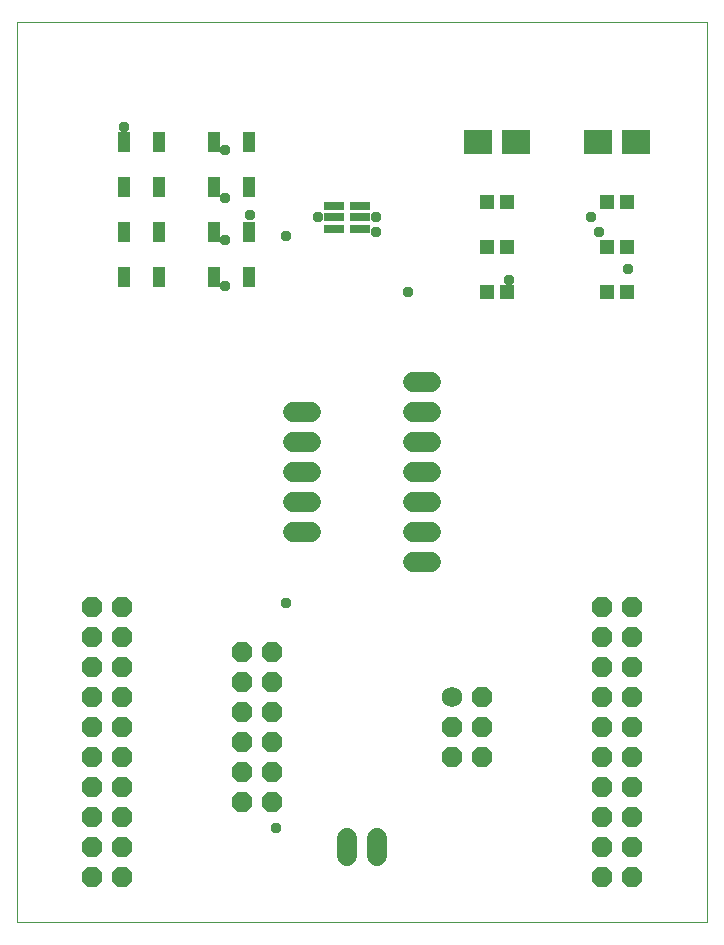
<source format=gts>
G04 EAGLE Gerber RS-274X export*
G75*
%MOMM*%
%FSLAX34Y34*%
%LPD*%
%INSolder Mask top*%
%IPPOS*%
%AMOC8*
5,1,8,0,0,1.08239X$1,22.5*%
G01*
%ADD10C,0.000000*%
%ADD11R,1.303200X1.203200*%
%ADD12R,2.353200X2.003200*%
%ADD13P,1.869504X8X112.500000*%
%ADD14R,1.003200X1.803200*%
%ADD15R,1.676400X0.762000*%
%ADD16C,1.727200*%
%ADD17P,1.869504X8X292.500000*%
%ADD18C,1.727200*%
%ADD19C,0.959600*%


D10*
X0Y0D02*
X584200Y0D01*
X584200Y762000D01*
X0Y762000D01*
X0Y0D01*
D11*
X397900Y609600D03*
X414900Y609600D03*
D12*
X524250Y660400D03*
X491750Y660400D03*
X422650Y660400D03*
X390150Y660400D03*
D11*
X499500Y533400D03*
X516500Y533400D03*
X499500Y571500D03*
X516500Y571500D03*
X397900Y571500D03*
X414900Y571500D03*
X397900Y533400D03*
X414900Y533400D03*
X499500Y609600D03*
X516500Y609600D03*
D13*
X88900Y266700D03*
X88900Y241300D03*
X88900Y215900D03*
X88900Y190500D03*
X88900Y165100D03*
X88900Y139700D03*
X88900Y114300D03*
X88900Y88900D03*
X88900Y63500D03*
X88900Y38100D03*
X63500Y38100D03*
X63500Y63500D03*
X63500Y88900D03*
X63500Y114300D03*
X63500Y139700D03*
X63500Y165100D03*
X63500Y190500D03*
X63500Y215900D03*
X63500Y241300D03*
X63500Y266700D03*
X520700Y266700D03*
X520700Y241300D03*
X520700Y215900D03*
X520700Y190500D03*
X520700Y165100D03*
X520700Y139700D03*
X520700Y114300D03*
X520700Y88900D03*
X520700Y63500D03*
X520700Y38100D03*
X495300Y38100D03*
X495300Y63500D03*
X495300Y88900D03*
X495300Y114300D03*
X495300Y139700D03*
X495300Y165100D03*
X495300Y190500D03*
X495300Y215900D03*
X495300Y241300D03*
X495300Y266700D03*
D14*
X166500Y546100D03*
X196500Y546100D03*
X90300Y660400D03*
X120300Y660400D03*
X90300Y622300D03*
X120300Y622300D03*
X90300Y584200D03*
X120300Y584200D03*
X90300Y546100D03*
X120300Y546100D03*
X166500Y660400D03*
X196500Y660400D03*
X166500Y622300D03*
X196500Y622300D03*
X166500Y584200D03*
X196500Y584200D03*
D15*
X268224Y606400D03*
X268224Y596900D03*
X268224Y587400D03*
X290576Y587400D03*
X290576Y596900D03*
X290576Y606400D03*
D16*
X368300Y190500D03*
D17*
X368300Y165100D03*
X368300Y139700D03*
X393700Y190500D03*
X393700Y165100D03*
X393700Y139700D03*
D18*
X279400Y71120D02*
X279400Y55880D01*
X304800Y55880D02*
X304800Y71120D01*
X248920Y431800D02*
X233680Y431800D01*
X233680Y406400D02*
X248920Y406400D01*
X248920Y381000D02*
X233680Y381000D01*
X233680Y355600D02*
X248920Y355600D01*
X248920Y330200D02*
X233680Y330200D01*
X335280Y457200D02*
X350520Y457200D01*
X350520Y431800D02*
X335280Y431800D01*
X335280Y406400D02*
X350520Y406400D01*
X350520Y381000D02*
X335280Y381000D01*
X335280Y355600D02*
X350520Y355600D01*
X350520Y330200D02*
X335280Y330200D01*
X335280Y304800D02*
X350520Y304800D01*
D13*
X215900Y101600D03*
X215900Y127000D03*
X215900Y152400D03*
X215900Y177800D03*
X215900Y203200D03*
X215900Y228600D03*
X190500Y101600D03*
X190500Y127000D03*
X190500Y152400D03*
X190500Y177800D03*
X190500Y203200D03*
X190500Y228600D03*
D19*
X227584Y270256D03*
X218694Y80010D03*
X254254Y597408D03*
X90678Y673862D03*
X517398Y552958D03*
X416052Y544068D03*
X330708Y533400D03*
X176022Y538734D03*
X197358Y599186D03*
X304038Y584962D03*
X304038Y597408D03*
X176022Y654304D03*
X485394Y597408D03*
X492506Y584962D03*
X176022Y577850D03*
X176022Y613410D03*
X227584Y581406D03*
M02*

</source>
